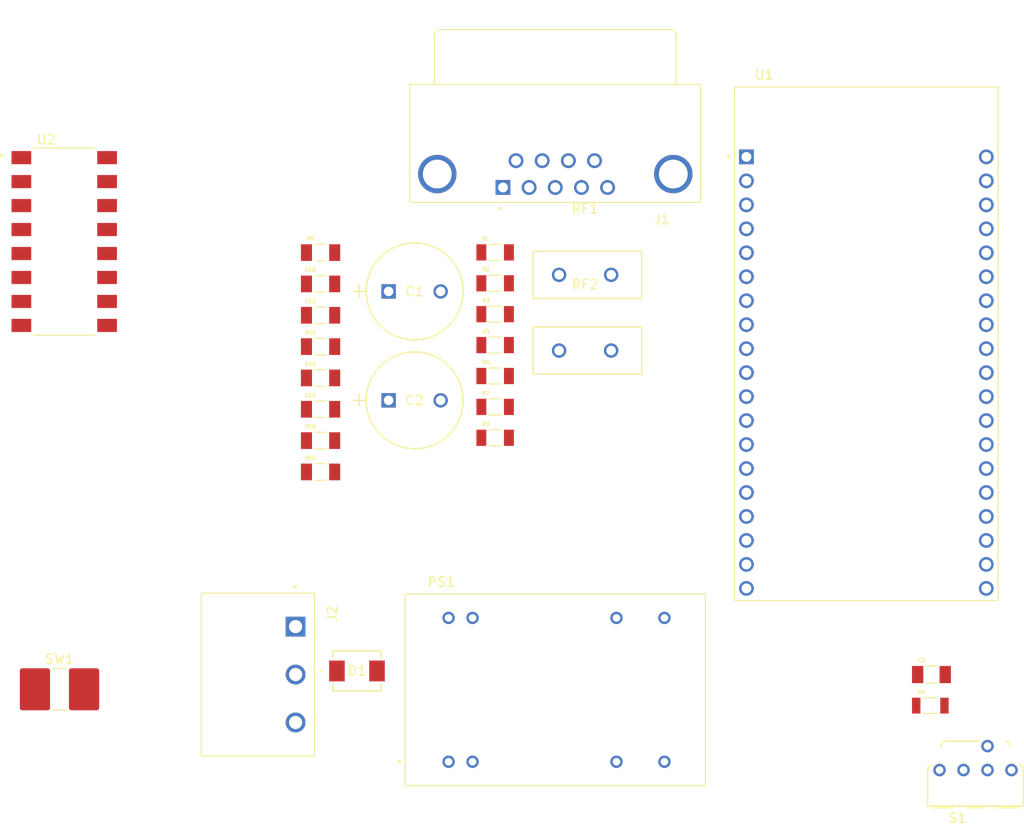
<source format=kicad_pcb>
(kicad_pcb (version 20241229) (generator "pcbnew") (generator_version "9.0")
  (layers (0 "F.Cu" signal) (2 "B.Cu" signal) (13 "F.Paste" user) (15 "B.Paste" user) (5 "F.SilkS" user "F.Silkscreen") (7 "B.SilkS" user "B.Silkscreen") (1 "F.Mask" user) (3 "B.Mask" user) (25 "Edge.Cuts" user))
  (net 0 "")
  (net 1 "-Vin")
  (net 2 "Net-(PS1-+VIN)")
  (net 3 "-VOUT")
  (net 4 "Net-(D1-Pad1)")
  (net 5 "Net-(SW1-A)")
  (net 8 "spare")
  (net 9 "ramp_down")
  (net 11 "ramp_up")
  (net 17 "sim_home")
  (net 18 "+VIN")
  (net 21 "Net-(PS1-+VOUT)")
  (net 24 "Net-(R1-Pad2)")
  (net 25 "Net-(R3-Pad2)")
  (net 26 "Net-(R5-Pad2)")
  (net 27 "Net-(R7-Pad2)")
  (net 28 "+3.3V")
  (net 29 "GPIO_25")
  (net 30 "GPIO_26")
  (net 31 "GPIO_14")
  (net 32 "GPIO_27")
  (net 33 "GPIO_16")
  (net 34 "ESP_GND2")
  (net 35 "GPIO_17")
  (net 36 "GPIO_4")
  (net 37 "+VOUT")
  (net 38 "GPIO_2")
  (net 61 "ESP_GND")
  (footprint "footprints:RESC3216X75N" (layer "F.Cu") (at 71.646 50.815)
    (property "Reference" "R11" (at -1.08 -1.48 0) (layer "F.SilkS") (effects (font (size 0.393701 0.393701))))
    (property "Value" "CR1206-FX-1002ELF")
    (fp_line (start -0.59 -0.88) (end 0.59 -0.88) (stroke (width 0.127)) (layer "F.SilkS"))
    (fp_line (start -0.59 0.88) (end 0.59 0.88) (stroke (width 0.127)) (layer "F.SilkS"))
    (pad "1" smd rect (at -1.494 0) (size 1.17 1.77) (layers "F.Cu" "F.Mask" "F.Paste") (net 31 "GPIO_14"))
    (pad "2" smd rect (at 1.494 0) (size 1.17 1.77) (layers "F.Cu" "F.Mask" "F.Paste") (net 28 "+3.3V"))
  )
  (footprint "footprints:RESC3216X75N" (layer "F.Cu") (at 71.646 60.775)
    (property "Reference" "R14" (at -1.08 -1.48 0) (layer "F.SilkS") (effects (font (size 0.393701 0.393701))))
    (property "Value" "CR1206-FX-1002ELF")
    (fp_line (start -0.59 -0.88) (end 0.59 -0.88) (stroke (width 0.127)) (layer "F.SilkS"))
    (fp_line (start -0.59 0.88) (end 0.59 0.88) (stroke (width 0.127)) (layer "F.SilkS"))
    (pad "1" smd rect (at -1.494 0) (size 1.17 1.77) (layers "F.Cu" "F.Mask" "F.Paste") (net 35 "GPIO_17"))
    (pad "2" smd rect (at 1.494 0) (size 1.17 1.77) (layers "F.Cu" "F.Mask" "F.Paste") (net 34 "ESP_GND2"))
  )
  (footprint "footprints:RESC3115X65N" (layer "F.Cu") (at 90.13 57.248)
    (property "Reference" "R6" (at -0.99 -1.45 0) (layer "F.SilkS") (effects (font (size 0.393701 0.393701))))
    (property "Value" "CRGH1206J4K7")
    (fp_line (start -0.62 -0.85) (end 0.62 -0.85) (stroke (width 0.127)) (layer "F.SilkS"))
    (fp_line (start -0.62 0.85) (end 0.62 0.85) (stroke (width 0.127)) (layer "F.SilkS"))
    (pad "1" smd rect (at -1.46 0) (size 1.05 1.72) (layers "F.Cu" "F.Mask" "F.Paste") (net 9 "ramp_down"))
    (pad "2" smd rect (at 1.46 0) (size 1.05 1.72) (layers "F.Cu" "F.Mask" "F.Paste") (net 26 "Net-(R5-Pad2)"))
  )
  (footprint "footprints:RESC3115X65N" (layer "F.Cu") (at 90.13 63.796)
    (property "Reference" "R8" (at -0.99 -1.45 0) (layer "F.SilkS") (effects (font (size 0.393701 0.393701))))
    (property "Value" "CRGH1206J4K7")
    (fp_line (start -0.62 -0.85) (end 0.62 -0.85) (stroke (width 0.127)) (layer "F.SilkS"))
    (fp_line (start -0.62 0.85) (end 0.62 0.85) (stroke (width 0.127)) (layer "F.SilkS"))
    (pad "1" smd rect (at -1.46 0) (size 1.05 1.72) (layers "F.Cu" "F.Mask" "F.Paste") (net 17 "sim_home"))
    (pad "2" smd rect (at 1.46 0) (size 1.05 1.72) (layers "F.Cu" "F.Mask" "F.Paste") (net 27 "Net-(R7-Pad2)"))
  )
  (footprint "footprints:DO214AASMB_CIP-L" (layer "F.Cu") (at 75.5 88.5)
    (property "Reference" "D1" (at 0 0 0) (layer "F.SilkS"))
    (property "Value" "SS34B-HF")
    (fp_line (start -2.5527 -2.1209) (end -2.5527 -1.43764) (stroke (width 0.1524)) (layer "F.SilkS"))
    (fp_line (start -2.5527 1.43764) (end -2.5527 2.1209) (stroke (width 0.1524)) (layer "F.SilkS"))
    (fp_line (start -2.5527 2.1209) (end 2.5527 2.1209) (stroke (width 0.1524)) (layer "F.SilkS"))
    (fp_line (start 2.5527 -2.1209) (end -2.5527 -2.1209) (stroke (width 0.1524)) (layer "F.SilkS"))
    (fp_line (start 2.5527 -1.43764) (end 2.5527 -2.1209) (stroke (width 0.1524)) (layer "F.SilkS"))
    (fp_line (start 2.5527 2.1209) (end 2.5527 1.43764) (stroke (width 0.1524)) (layer "F.SilkS"))
    (fp_circle (center -3.8354 0) (end -3.7592 0) (stroke (width 0.1524)) (fill no) (layer "F.SilkS"))
    (pad "1" smd rect (at -2.1209 0) (size 1.651 2.2098) (layers "F.Cu" "F.Mask" "F.Paste") (net 4 "Net-(D1-Pad1)"))
    (pad "2" smd rect (at 2.1209 0) (size 1.651 2.2098) (layers "F.Cu" "F.Mask" "F.Paste") (net 5 "Net-(SW1-A)"))
  )
  (footprint "footprints:RESC3115X65N" (layer "F.Cu") (at 90.13 44.152)
    (property "Reference" "R1" (at -0.99 -1.45 0) (layer "F.SilkS") (effects (font (size 0.393701 0.393701))))
    (property "Value" "CRGH1206J4K7")
    (fp_line (start -0.62 -0.85) (end 0.62 -0.85) (stroke (width 0.127)) (layer "F.SilkS"))
    (fp_line (start -0.62 0.85) (end 0.62 0.85) (stroke (width 0.127)) (layer "F.SilkS"))
    (pad "1" smd rect (at -1.46 0) (size 1.05 1.72) (layers "F.Cu" "F.Mask" "F.Paste") (net 8 "spare"))
    (pad "2" smd rect (at 1.46 0) (size 1.05 1.72) (layers "F.Cu" "F.Mask" "F.Paste") (net 24 "Net-(R1-Pad2)"))
  )
  (footprint "footprints:RESC3115X65N" (layer "F.Cu") (at 90.13 53.974)
    (property "Reference" "R5" (at -0.99 -1.45 0) (layer "F.SilkS") (effects (font (size 0.393701 0.393701))))
    (property "Value" "CRGH1206J4K7")
    (fp_line (start -0.62 -0.85) (end 0.62 -0.85) (stroke (width 0.127)) (layer "F.SilkS"))
    (fp_line (start -0.62 0.85) (end 0.62 0.85) (stroke (width 0.127)) (layer "F.SilkS"))
    (pad "1" smd rect (at -1.46 0) (size 1.05 1.72) (layers "F.Cu" "F.Mask" "F.Paste") (net 9 "ramp_down"))
    (pad "2" smd rect (at 1.46 0) (size 1.05 1.72) (layers "F.Cu" "F.Mask" "F.Paste") (net 26 "Net-(R5-Pad2)"))
  )
  (footprint "footprints:RESC3015X65N" (layer "F.Cu") (at 136.215 92.1725)
    (property "Reference" "R4" (at -0.94 -1.43 0) (layer "F.SilkS") (effects (font (size 0.393701 0.393701))))
    (property "Value" "CRGH1206J4K7")
    (fp_line (start -0.73 -0.83) (end 0.73 -0.83) (stroke (width 0.127)) (layer "F.SilkS"))
    (fp_line (start -0.73 0.83) (end 0.73 0.83) (stroke (width 0.127)) (layer "F.SilkS"))
    (pad "1" smd rect (at -1.495 0) (size 0.89 1.68) (layers "F.Cu" "F.Mask" "F.Paste") (net 11 "ramp_up"))
    (pad "2" smd rect (at 1.495 0) (size 0.89 1.68) (layers "F.Cu" "F.Mask" "F.Paste") (net 25 "Net-(R3-Pad2)"))
  )
  (footprint "footprints:RESC3115X65N" (layer "F.Cu") (at 90.13 50.7)
    (property "Reference" "R3" (at -0.99 -1.45 0) (layer "F.SilkS") (effects (font (size 0.393701 0.393701))))
    (property "Value" "CRGH1206J4K7")
    (fp_line (start -0.62 -0.85) (end 0.62 -0.85) (stroke (width 0.127)) (layer "F.SilkS"))
    (fp_line (start -0.62 0.85) (end 0.62 0.85) (stroke (width 0.127)) (layer "F.SilkS"))
    (pad "1" smd rect (at -1.46 0) (size 1.05 1.72) (layers "F.Cu" "F.Mask" "F.Paste") (net 11 "ramp_up"))
    (pad "2" smd rect (at 1.46 0) (size 1.05 1.72) (layers "F.Cu" "F.Mask" "F.Paste") (net 25 "Net-(R3-Pad2)"))
  )
  (footprint "footprints:DRR3010" (layer "F.Cu") (at 141 99)
    (property "Reference" "S1" (at -1.907185 5.085855 0) (layer "F.SilkS") (effects (font (size 1.001157 1.001157))))
    (property "Value" "DRR3016")
    (fp_line (start -5.08 0) (end -5.08 3.81) (stroke (width 0.1524)) (layer "F.SilkS"))
    (fp_line (start 0.381 -3.048) (end -3.175 -3.048) (stroke (width 0.1524)) (layer "F.SilkS"))
    (fp_line (start 5.08 0) (end 5.08 3.81) (stroke (width 0.1524)) (layer "F.SilkS"))
    (fp_line (start 5.08 3.81) (end -5.08 3.81) (stroke (width 0.1524)) (layer "F.SilkS"))
    (fp_arc (start -5.08 0) (mid -4.93121 -0.35921) (end -4.572 -0.508) (stroke (width 0.1524)) (layer "F.SilkS"))
    (fp_arc (start -3.683 -2.54) (mid -3.53421 -2.89921) (end -3.175 -3.048) (stroke (width 0.1524)) (layer "F.SilkS"))
    (fp_arc (start 3.175 -3.048) (mid 3.53421 -2.89921) (end 3.683 -2.54) (stroke (width 0.1524)) (layer "F.SilkS"))
    (fp_arc (start 4.572 -0.508) (mid 4.93121 -0.35921) (end 5.08 0) (stroke (width 0.1524)) (layer "F.SilkS"))
    (fp_poly (pts (xy -4.44826 3.81) (xy -2.286 3.81) (xy -2.286 4.06698) (xy -4.44826 4.06698)) (stroke (width 0.01)) (fill yes) (layer "F.SilkS"))
    (fp_poly (pts (xy -1.01619 3.81) (xy 1.016 3.81) (xy 1.016 4.06474) (xy -1.01619 4.06474)) (stroke (width 0.01)) (fill yes) (layer "F.SilkS"))
    (fp_poly (pts (xy 2.28795 3.81) (xy 4.445 3.81) (xy 4.445 4.06747) (xy 2.28795 4.06747)) (stroke (width 0.01)) (fill yes) (layer "F.SilkS"))
    (pad "1" thru_hole circle (at 3.81 0) (size 1.3208 1.3208) (drill 0.8128) (layers "*.Cu" "*.Mask") (net 38 "GPIO_2"))
    (pad "2" thru_hole circle (at 1.27 0) (size 1.3208 1.3208) (drill 0.8128) (layers "*.Cu" "*.Mask") (net 36 "GPIO_4"))
    (pad "4" thru_hole circle (at -1.27 0) (size 1.3208 1.3208) (drill 0.8128) (layers "*.Cu" "*.Mask") (net 33 "GPIO_16"))
    (pad "8" thru_hole circle (at -3.81 0) (size 1.3208 1.3208) (drill 0.8128) (layers "*.Cu" "*.Mask") (net 35 "GPIO_17"))
    (pad "C" thru_hole circle (at 1.27 -2.54) (size 1.3208 1.3208) (drill 0.8128) (layers "*.Cu" "*.Mask") (net 28 "+3.3V"))
  )
  (footprint "footprints:MODULE_ESP32-DEVKITC-32D" (layer "F.Cu") (at 129.44 53.7925)
    (property "Reference" "U1" (at -10.829175 -28.446045 0) (layer "F.SilkS") (effects (font (size 1.000386 1.000386))))
    (property "Value" "ESP32-DEVKITC-32D")
    (fp_line (start -13.95 -27.15) (end 13.95 -27.15) (stroke (width 0.127)) (layer "F.SilkS"))
    (fp_line (start -13.95 27.25) (end -13.95 -27.15) (stroke (width 0.127)) (layer "F.SilkS"))
    (fp_line (start 13.95 -27.15) (end 13.95 27.25) (stroke (width 0.127)) (layer "F.SilkS"))
    (fp_line (start 13.95 27.25) (end -13.95 27.25) (stroke (width 0.127)) (layer "F.SilkS"))
    (fp_circle (center -14.6 -19.76) (end -14.5 -19.76) (stroke (width 0.2)) (fill no) (layer "F.SilkS"))
    (pad "J2-1" thru_hole rect (at -12.7 -19.76) (size 1.56 1.56) (drill 1.04) (layers "*.Cu" "*.Mask") (net 28 "+3.3V"))
    (pad "J2-2" thru_hole circle (at -12.7 -17.22) (size 1.56 1.56) (drill 1.04) (layers "*.Cu" "*.Mask"))
    (pad "J2-3" thru_hole circle (at -12.7 -14.68) (size 1.56 1.56) (drill 1.04) (layers "*.Cu" "*.Mask"))
    (pad "J2-4" thru_hole circle (at -12.7 -12.14) (size 1.56 1.56) (drill 1.04) (layers "*.Cu" "*.Mask"))
    (pad "J2-5" thru_hole circle (at -12.7 -9.6) (size 1.56 1.56) (drill 1.04) (layers "*.Cu" "*.Mask"))
    (pad "J2-6" thru_hole circle (at -12.7 -7.06) (size 1.56 1.56) (drill 1.04) (layers "*.Cu" "*.Mask"))
    (pad "J2-7" thru_hole circle (at -12.7 -4.52) (size 1.56 1.56) (drill 1.04) (layers "*.Cu" "*.Mask"))
    (pad "J2-8" thru_hole circle (at -12.7 -1.98) (size 1.56 1.56) (drill 1.04) (layers "*.Cu" "*.Mask"))
    (pad "J2-9" thru_hole circle (at -12.7 0.56) (size 1.56 1.56) (drill 1.04) (layers "*.Cu" "*.Mask") (net 29 "GPIO_25"))
    (pad "J2-10" thru_hole circle (at -12.7 3.1) (size 1.56 1.56) (drill 1.04) (layers "*.Cu" "*.Mask") (net 30 "GPIO_26"))
    (pad "J2-11" thru_hole circle (at -12.7 5.64) (size 1.56 1.56) (drill 1.04) (layers "*.Cu" "*.Mask") (net 32 "GPIO_27"))
    (pad "J2-12" thru_hole circle (at -12.7 8.18) (size 1.56 1.56) (drill 1.04) (layers "*.Cu" "*.Mask") (net 31 "GPIO_14"))
    (pad "J2-13" thru_hole circle (at -12.7 10.72) (size 1.56 1.56) (drill 1.04) (layers "*.Cu" "*.Mask"))
    (pad "J2-14" thru_hole circle (at -12.7 13.26) (size 1.56 1.56) (drill 1.04) (layers "*.Cu" "*.Mask") (net 61 "ESP_GND"))
    (pad "J2-15" thru_hole circle (at -12.7 15.8) (size 1.56 1.56) (drill 1.04) (layers "*.Cu" "*.Mask"))
    (pad "J2-16" thru_hole circle (at -12.7 18.34) (size 1.56 1.56) (drill 1.04) (layers "*.Cu" "*.Mask"))
    (pad "J2-17" thru_hole circle (at -12.7 20.88) (size 1.56 1.56) (drill 1.04) (layers "*.Cu" "*.Mask"))
    (pad "J2-18" thru_hole circle (at -12.7 23.42) (size 1.56 1.56) (drill 1.04) (layers "*.Cu" "*.Mask"))
    (pad "J2-19" thru_hole circle (at -12.7 25.96) (size 1.56 1.56) (drill 1.04) (layers "*.Cu" "*.Mask") (net 37 "+VOUT"))
    (pad "J3-1" thru_hole circle (at 12.7 -19.76) (size 1.56 1.56) (drill 1.04) (layers "*.Cu" "*.Mask") (net 3 "-VOUT"))
    (pad "J3-2" thru_hole circle (at 12.7 -17.22) (size 1.56 1.56) (drill 1.04) (layers "*.Cu" "*.Mask"))
    (pad "J3-3" thru_hole circle (at 12.7 -14.68) (size 1.56 1.56) (drill 1.04) (layers "*.Cu" "*.Mask"))
    (pad "J3-4" thru_hole circle (at 12.7 -12.14) (size 1.56 1.56) (drill 1.04) (layers "*.Cu" "*.Mask"))
    (pad "J3-5" thru_hole circle (at 12.7 -9.6) (size 1.56 1.56) (drill 1.04) (layers "*.Cu" "*.Mask"))
    (pad "J3-6" thru_hole circle (at 12.7 -7.06) (size 1.56 1.56) (drill 1.04) (layers "*.Cu" "*.Mask"))
    (pad "J3-7" thru_hole circle (at 12.7 -4.52) (size 1.56 1.56) (drill 1.04) (layers "*.Cu" "*.Mask") (net 34 "ESP_GND2"))
    (pad "J3-8" thru_hole circle (at 12.7 -1.98) (size 1.56 1.56) (drill 1.04) (layers "*.Cu" "*.Mask"))
    (pad "J3-9" thru_hole circle (at 12.7 0.56) (size 1.56 1.56) (drill 1.04) (layers "*.Cu" "*.Mask"))
    (pad "J3-10" thru_hole circle (at 12.7 3.1) (size 1.56 1.56) (drill 1.04) (layers "*.Cu" "*.Mask"))
    (pad "J3-11" thru_hole circle (at 12.7 5.64) (size 1.56 1.56) (drill 1.04) (layers "*.Cu" "*.Mask") (net 35 "GPIO_17"))
    (pad "J3-12" thru_hole circle (at 12.7 8.18) (size 1.56 1.56) (drill 1.04) (layers "*.Cu" "*.Mask") (net 33 "GPIO_16"))
    (pad "J3-13" thru_hole circle (at 12.7 10.72) (size 1.56 1.56) (drill 1.04) (layers "*.Cu" "*.Mask") (net 36 "GPIO_4"))
    (pad "J3-14" thru_hole circle (at 12.7 13.26) (size 1.56 1.56) (drill 1.04) (layers "*.Cu" "*.Mask"))
    (pad "J3-15" thru_hole circle (at 12.7 15.8) (size 1.56 1.56) (drill 1.04) (layers "*.Cu" "*.Mask") (net 38 "GPIO_2"))
    (pad "J3-16" thru_hole circle (at 12.7 18.34) (size 1.56 1.56) (drill 1.04) (layers "*.Cu" "*.Mask"))
    (pad "J3-17" thru_hole circle (at 12.7 20.88) (size 1.56 1.56) (drill 1.04) (layers "*.Cu" "*.Mask"))
    (pad "J3-18" thru_hole circle (at 12.7 23.42) (size 1.56 1.56) (drill 1.04) (layers "*.Cu" "*.Mask"))
    (pad "J3-19" thru_hole circle (at 12.7 25.96) (size 1.56 1.56) (drill 1.04) (layers "*.Cu" "*.Mask"))
  )
  (footprint "footprints:RESC3216X75N" (layer "F.Cu") (at 71.646 47.495)
    (property "Reference" "R10" (at -1.08 -1.48 0) (layer "F.SilkS") (effects (font (size 0.393701 0.393701))))
    (property "Value" "CR1206-FX-1002ELF")
    (fp_line (start -0.59 -0.88) (end 0.59 -0.88) (stroke (width 0.127)) (layer "F.SilkS"))
    (fp_line (start -0.59 0.88) (end 0.59 0.88) (stroke (width 0.127)) (layer "F.SilkS"))
    (pad "1" smd rect (at -1.494 0) (size 1.17 1.77) (layers "F.Cu" "F.Mask" "F.Paste") (net 30 "GPIO_26"))
    (pad "2" smd rect (at 1.494 0) (size 1.17 1.77) (layers "F.Cu" "F.Mask" "F.Paste") (net 28 "+3.3V"))
  )
  (footprint "footprints:RESC3216X75N" (layer "F.Cu") (at 71.646 64.095)
    (property "Reference" "R15" (at -1.08 -1.48 0) (layer "F.SilkS") (effects (font (size 0.393701 0.393701))))
    (property "Value" "CR1206-FX-1002ELF")
    (fp_line (start -0.59 -0.88) (end 0.59 -0.88) (stroke (width 0.127)) (layer "F.SilkS"))
    (fp_line (start -0.59 0.88) (end 0.59 0.88) (stroke (width 0.127)) (layer "F.SilkS"))
    (pad "1" smd rect (at -1.494 0) (size 1.17 1.77) (layers "F.Cu" "F.Mask" "F.Paste") (net 36 "GPIO_4"))
    (pad "2" smd rect (at 1.494 0) (size 1.17 1.77) (layers "F.Cu" "F.Mask" "F.Paste") (net 34 "ESP_GND2"))
  )
  (footprint "footprints:SOIC254P1016X460-16N" (layer "F.Cu") (at 44.5 43)
    (property "Reference" "U2" (at -1.905 -10.795 0) (layer "F.SilkS"))
    (property "Value" "LTV-846S")
    (fp_line (start -3.25 -9.92) (end 3.25 -9.92) (stroke (width 0.127)) (layer "F.SilkS"))
    (fp_line (start 3.25 9.92) (end -3.25 9.92) (stroke (width 0.127)) (layer "F.SilkS"))
    (fp_circle (center -6.6 -9.1) (end -6.5 -9.1) (stroke (width 0.2)) (fill no) (layer "F.SilkS"))
    (pad "1" smd rect (at -4.54 -8.89) (size 2.09 1.39) (layers "F.Cu" "F.Mask" "F.Paste") (net 24 "Net-(R1-Pad2)"))
    (pad "2" smd rect (at -4.54 -6.35) (size 2.09 1.39) (layers "F.Cu" "F.Mask" "F.Paste") (net 1 "-Vin"))
    (pad "3" smd rect (at -4.54 -3.81) (size 2.09 1.39) (layers "F.Cu" "F.Mask" "F.Paste") (net 25 "Net-(R3-Pad2)"))
    (pad "4" smd rect (at -4.54 -1.27) (size 2.09 1.39) (layers "F.Cu" "F.Mask" "F.Paste") (net 1 "-Vin"))
    (pad "5" smd rect (at -4.54 1.27) (size 2.09 1.39) (layers "F.Cu" "F.Mask" "F.Paste") (net 26 "Net-(R5-Pad2)"))
    (pad "6" smd rect (at -4.54 3.81) (size 2.09 1.39) (layers "F.Cu" "F.Mask" "F.Paste") (net 1 "-Vin"))
    (pad "7" smd rect (at -4.54 6.35) (size 2.09 1.39) (layers "F.Cu" "F.Mask" "F.Paste") (net 27 "Net-(R7-Pad2)"))
    (pad "8" smd rect (at -4.54 8.89) (size 2.09 1.39) (layers "F.Cu" "F.Mask" "F.Paste") (net 1 "-Vin"))
    (pad "9" smd rect (at 4.54 8.89) (size 2.09 1.39) (layers "F.Cu" "F.Mask" "F.Paste") (net 61 "ESP_GND"))
    (pad "10" smd rect (at 4.54 6.35) (size 2.09 1.39) (layers "F.Cu" "F.Mask" "F.Paste") (net 31 "GPIO_14"))
    (pad "11" smd rect (at 4.54 3.81) (size 2.09 1.39) (layers "F.Cu" "F.Mask" "F.Paste") (net 61 "ESP_GND"))
    (pad "12" smd rect (at 4.54 1.27) (size 2.09 1.39) (layers "F.Cu" "F.Mask" "F.Paste") (net 32 "GPIO_27"))
    (pad "13" smd rect (at 4.54 -1.27) (size 2.09 1.39) (layers "F.Cu" "F.Mask" "F.Paste") (net 61 "ESP_GND"))
    (pad "14" smd rect (at 4.54 -3.81) (size 2.09 1.39) (layers "F.Cu" "F.Mask" "F.Paste") (net 30 "GPIO_26"))
    (pad "15" smd rect (at 4.54 -6.35) (size 2.09 1.39) (layers "F.Cu" "F.Mask" "F.Paste") (net 61 "ESP_GND"))
    (pad "16" smd rect (at 4.54 -8.89) (size 2.09 1.39) (layers "F.Cu" "F.Mask" "F.Paste") (net 29 "GPIO_25"))
  )
  (footprint "footprints:SW" (layer "F.Cu") (at 44 90.4431)
    (property "Reference" "SW1" (at 0 -3.18 0) (layer "F.SilkS"))
    (property "Value" "On/Off Switch")
    (fp_line (start -0.797369 -2.21) (end 0.797369 -2.21) (stroke (width 0.12)) (layer "F.SilkS"))
    (fp_line (start -0.797369 2.21) (end 0.797369 2.21) (stroke (width 0.12)) (layer "F.SilkS"))
    (pad "1" smd roundrect (at -2.6 0) (size 3.2 4.45) (layers "F.Cu" "F.Mask" "F.Paste") (roundrect_rratio 0.078125) (net 5 "Net-(SW1-A)"))
    (pad "2" smd roundrect (at 2.6 0) (size 3.2 4.45) (layers "F.Cu" "F.Mask" "F.Paste") (roundrect_rratio 0.078125) (net 18 "+VIN"))
  )
  (footprint "footprints:RESC3216X75N" (layer "F.Cu") (at 71.646 44.175)
    (property "Reference" "R9" (at -1.08 -1.48 0) (layer "F.SilkS") (effects (font (size 0.393701 0.393701))))
    (property "Value" "CR1206-FX-1002ELF")
    (fp_line (start -0.59 -0.88) (end 0.59 -0.88) (stroke (width 0.127)) (layer "F.SilkS"))
    (fp_line (start -0.59 0.88) (end 0.59 0.88) (stroke (width 0.127)) (layer "F.SilkS"))
    (pad "1" smd rect (at -1.494 0) (size 1.17 1.77) (layers "F.Cu" "F.Mask" "F.Paste") (net 29 "GPIO_25"))
    (pad "2" smd rect (at 1.494 0) (size 1.17 1.77) (layers "F.Cu" "F.Mask" "F.Paste") (net 28 "+3.3V"))
  )
  (footprint "footprints:ASSMANN_A-DF_09_A_KG-T4S" (layer "F.Cu") (at 90.96 37.2725 180)
    (property "Reference" "J1" (at -16.825 -3.385 0) (layer "F.SilkS"))
    (property "Value" "A-DF_09_A_KG-T4S")
    (fp_line (start 9.865 10.92) (end 9.865 -1.58) (stroke (width 0.127)) (layer "F.SilkS"))
    (fp_line (start 9.865 -1.58) (end -20.945 -1.58) (stroke (width 0.127)) (layer "F.SilkS"))
    (fp_line (start 7.26 16.1) (end 7.26 11) (stroke (width 0.127)) (layer "F.SilkS"))
    (fp_line (start -17.64 16.72) (end 6.56 16.72) (stroke (width 0.127)) (layer "F.SilkS"))
    (fp_line (start -18.34 11) (end -18.34 16.1) (stroke (width 0.127)) (layer "F.SilkS"))
    (fp_line (start -20.945 10.92) (end 9.865 10.92) (stroke (width 0.127)) (layer "F.SilkS"))
    (fp_line (start -20.945 -1.58) (end -20.945 10.92) (stroke (width 0.127)) (layer "F.SilkS"))
    (fp_arc (start 7.26 16.1) (mid 7.038406 16.554975) (end 6.56 16.72) (stroke (width 0.127)) (layer "F.SilkS"))
    (fp_arc (start -17.64 16.72) (mid -18.118406 16.554975) (end -18.34 16.1) (stroke (width 0.127)) (layer "F.SilkS"))
    (fp_circle (center 0.3 -2.25) (end 0.4 -2.25) (stroke (width 0.2)) (fill no) (layer "F.SilkS"))
    (pad "1" thru_hole rect (at 0 0 180) (size 1.575 1.575) (drill 1.05) (layers "*.Cu" "*.Mask"))
    (pad "2" thru_hole circle (at -2.77 0 180) (size 1.575 1.575) (drill 1.05) (layers "*.Cu" "*.Mask"))
    (pad "3" thru_hole circle (at -5.54 0 180) (size 1.575 1.575) (drill 1.05) (layers "*.Cu" "*.Mask") (net 9 "ramp_down"))
    (pad "4" thru_hole circle (at -8.31 0 180) (size 1.575 1.575) (drill 1.05) (layers "*.Cu" "*.Mask") (net 11 "ramp_up"))
    (pad "5" thru_hole circle (at -11.08 0 180) (size 1.575 1.575) (drill 1.05) (layers "*.Cu" "*.Mask") (net 8 "spare"))
    (pad "6" thru_hole circle (at -1.385 2.84 180) (size 1.575 1.575) (drill 1.05) (layers "*.Cu" "*.Mask"))
    (pad "7" thru_hole circle (at -4.155 2.84 180) (size 1.575 1.575) (drill 1.05) (layers "*.Cu" "*.Mask"))
    (pad "8" thru_hole circle (at -6.925 2.84 180) (size 1.575 1.575) (drill 1.05) (layers "*.Cu" "*.Mask"))
    (pad "9" thru_hole circle (at -9.695 2.84 180) (size 1.575 1.575) (drill 1.05) (layers "*.Cu" "*.Mask"))
    (pad "S1" thru_hole circle (at -18.035 1.42 180) (size 4.066 4.066) (drill 3.05) (layers "*.Cu" "*.Mask"))
    (pad "S2" thru_hole circle (at 6.955 1.42 180) (size 4.066 4.066) (drill 3.05) (layers "*.Cu" "*.Mask"))
  )
  (footprint "footprints:RESC3216X75N" (layer "F.Cu") (at 71.646 54.135)
    (property "Reference" "R12" (at -1.08 -1.48 0) (layer "F.SilkS") (effects (font (size 0.393701 0.393701))))
    (property "Value" "CR1206-FX-1002ELF")
    (fp_line (start -0.59 -0.88) (end 0.59 -0.88) (stroke (width 0.127)) (layer "F.SilkS"))
    (fp_line (start -0.59 0.88) (end 0.59 0.88) (stroke (width 0.127)) (layer "F.SilkS"))
    (pad "1" smd rect (at -1.494 0) (size 1.17 1.77) (layers "F.Cu" "F.Mask" "F.Paste") (net 32 "GPIO_27"))
    (pad "2" smd rect (at 1.494 0) (size 1.17 1.77) (layers "F.Cu" "F.Mask" "F.Paste") (net 28 "+3.3V"))
  )
  (footprint "footprints:PTC_RESET_FUSE" (layer "F.Cu") (at 96.9027 54.5531)
    (property "Reference" "RF2" (at 2.7559 -7 0) (layer "F.SilkS"))
    (property "Value" "~")
    (fp_rect (start -2.75 -2.5) (end 8.75 2.5) (stroke (width 0.1524)) (fill no) (layer "F.SilkS"))
    (pad "1" thru_hole circle (at 0 0) (size 1.524 1.524) (drill 1.016) (layers "*.Cu" "*.Mask") (net 21 "Net-(PS1-+VOUT)"))
    (pad "2" thru_hole circle (at 5.5118 0) (size 1.524 1.524) (drill 1.016) (layers "*.Cu" "*.Mask") (net 37 "+VOUT"))
  )
  (footprint "footprints:RESC3115X65N" (layer "F.Cu") (at 90.13 47.426)
    (property "Reference" "R2" (at -0.99 -1.45 0) (layer "F.SilkS") (effects (font (size 0.393701 0.393701))))
    (property "Value" "CRGH1206J4K7")
    (fp_line (start -0.62 -0.85) (end 0.62 -0.85) (stroke (width 0.127)) (layer "F.SilkS"))
    (fp_line (start -0.62 0.85) (end 0.62 0.85) (stroke (width 0.127)) (layer "F.SilkS"))
    (pad "1" smd rect (at -1.46 0) (size 1.05 1.72) (layers "F.Cu" "F.Mask" "F.Paste") (net 8 "spare"))
    (pad "2" smd rect (at 1.46 0) (size 1.05 1.72) (layers "F.Cu" "F.Mask" "F.Paste") (net 24 "Net-(R1-Pad2)"))
  )
  (footprint "footprints:PTC_RESET_FUSE" (layer "F.Cu") (at 96.9027 46.5277)
    (property "Reference" "RF1" (at 2.7559 -7 0) (layer "F.SilkS"))
    (property "Value" "~")
    (fp_rect (start -2.75 -2.5) (end 8.75 2.5) (stroke (width 0.1524)) (fill no) (layer "F.SilkS"))
    (pad "1" thru_hole circle (at 0 0) (size 1.524 1.524) (drill 1.016) (layers "*.Cu" "*.Mask") (net 4 "Net-(D1-Pad1)"))
    (pad "2" thru_hole circle (at 5.5118 0) (size 1.524 1.524) (drill 1.016) (layers "*.Cu" "*.Mask") (net 2 "Net-(PS1-+VIN)"))
  )
  (footprint "footprints:PCAP_10x12_5-THRU-ELECT_NCA" (layer "F.Cu") (at 78.8481 59.8265)
    (property "Reference" "C2" (at 2.7559 0 0) (layer "F.SilkS"))
    (property "Value" "UHE2A470MPD")
    (fp_line (start -3.7719 0) (end -2.5019 0) (stroke (width 0.1524)) (layer "F.SilkS"))
    (fp_line (start -3.1369 -0.635) (end -3.1369 0.635) (stroke (width 0.1524)) (layer "F.SilkS"))
    (fp_circle (center 2.7559 0) (end 7.8867 0) (stroke (width 0.1524)) (fill no) (layer "F.SilkS"))
    (pad "1" thru_hole rect (at 0 0) (size 1.524 1.524) (drill 1.016) (layers "*.Cu" "*.Mask") (net 2 "Net-(PS1-+VIN)"))
    (pad "2" thru_hole circle (at 5.5118 0) (size 1.524 1.524) (drill 1.016) (layers "*.Cu" "*.Mask") (net 1 "-Vin"))
  )
  (footprint "footprints:RESC3216X75N" (layer "F.Cu") (at 71.646 57.455)
    (property "Reference" "R13" (at -1.08 -1.48 0) (layer "F.SilkS") (effects (font (size 0.393701 0.393701))))
    (property "Value" "CR1206-FX-1002ELF")
    (fp_line (start -0.59 -0.88) (end 0.59 -0.88) (stroke (width 0.127)) (layer "F.SilkS"))
    (fp_line (start -0.59 0.88) (end 0.59 0.88) (stroke (width 0.127)) (layer "F.SilkS"))
    (pad "1" smd rect (at -1.494 0) (size 1.17 1.77) (layers "F.Cu" "F.Mask" "F.Paste") (net 33 "GPIO_16"))
    (pad "2" smd rect (at 1.494 0) (size 1.17 1.77) (layers "F.Cu" "F.Mask" "F.Paste") (net 34 "ESP_GND2"))
  )
  (footprint "footprints:CAPC3216X180N" (layer "F.Cu") (at 136.333 88.8825)
    (property "Reference" "C3" (at -1.06 -1.5 0) (layer "F.SilkS") (effects (font (size 0.393701 0.393701))))
    (property "Value" "1000pf/3kV")
    (fp_line (start -0.54 -0.9) (end 0.54 -0.9) (stroke (width 0.127)) (layer "F.SilkS"))
    (fp_line (start -0.54 0.9) (end 0.54 0.9) (stroke (width 0.127)) (layer "F.SilkS"))
    (pad "1" smd rect (at -1.46 0) (size 1.2 1.82) (layers "F.Cu" "F.Mask" "F.Paste") (net 3 "-VOUT"))
    (pad "2" smd rect (at 1.46 0) (size 1.2 1.82) (layers "F.Cu" "F.Mask" "F.Paste") (net 1 "-Vin"))
  )
  (footprint "footprints:PHOENIX_1757255" (layer "F.Cu") (at 59 80.26 -90)
    (property "Reference" "J2" (at 2.175 -13.885 90) (layer "F.SilkS"))
    (property "Value" "1757255")
    (fp_line (start 0 0) (end 0 -12) (stroke (width 0.127)) (layer "F.SilkS"))
    (fp_line (start 17.24 0) (end 0 0) (stroke (width 0.127)) (layer "F.SilkS"))
    (fp_line (start 17.24 -12) (end 17.24 0) (stroke (width 0.127)) (layer "F.SilkS"))
    (fp_line (start 17.24 -12) (end 0 -12) (stroke (width 0.127)) (layer "F.SilkS"))
    (fp_circle (center -0.65 -10) (end -0.55 -10) (stroke (width 0.2)) (fill no) (layer "F.SilkS"))
    (pad "01" thru_hole rect (at 3.54 -10 270) (size 2.1 2.1) (drill 1.4) (layers "*.Cu" "*.Mask") (net 1 "-Vin"))
    (pad "02" thru_hole circle (at 8.62 -10 270) (size 2.1 2.1) (drill 1.4) (layers "*.Cu" "*.Mask") (net 18 "+VIN"))
    (pad "03" thru_hole circle (at 13.7 -10 270) (size 2.1 2.1) (drill 1.4) (layers "*.Cu" "*.Mask") (net 17 "sim_home"))
  )
  (footprint "footprints:PCAP_10x12_5-THRU-ELECT_NCA" (layer "F.Cu") (at 78.8481 48.2855)
    (property "Reference" "C1" (at 2.7559 0 0) (layer "F.SilkS"))
    (property "Value" "UHE2A470MPD")
    (fp_line (start -3.7719 0) (end -2.5019 0) (stroke (width 0.1524)) (layer "F.SilkS"))
    (fp_line (start -3.1369 -0.635) (end -3.1369 0.635) (stroke (width 0.1524)) (layer "F.SilkS"))
    (fp_circle (center 2.7559 0) (end 7.8867 0) (stroke (width 0.1524)) (fill no) (layer "F.SilkS"))
    (pad "1" thru_hole rect (at 0 0) (size 1.524 1.524) (drill 1.016) (layers "*.Cu" "*.Mask") (net 2 "Net-(PS1-+VIN)"))
    (pad "2" thru_hole circle (at 5.5118 0) (size 1.524 1.524) (drill 1.016) (layers "*.Cu" "*.Mask") (net 1 "-Vin"))
  )
  (footprint "footprints:RESC3115X65N" (layer "F.Cu") (at 90.13 60.522)
    (property "Reference" "R7" (at -0.99 -1.45 0) (layer "F.SilkS") (effects (font (size 0.393701 0.393701))))
    (property "Value" "CRGH1206J4K7")
    (fp_line (start -0.62 -0.85) (end 0.62 -0.85) (stroke (width 0.127)) (layer "F.SilkS"))
    (fp_line (start -0.62 0.85) (end 0.62 0.85) (stroke (width 0.127)) (layer "F.SilkS"))
    (pad "1" smd rect (at -1.46 0) (size 1.05 1.72) (layers "F.Cu" "F.Mask" "F.Paste") (net 17 "sim_home"))
    (pad "2" smd rect (at 1.46 0) (size 1.05 1.72) (layers "F.Cu" "F.Mask" "F.Paste") (net 27 "Net-(R7-Pad2)"))
  )
  (footprint "footprints:CONV_REC5A-2405SW_H2" (layer "F.Cu") (at 96.5 90.5)
    (property "Reference" "PS1" (at -12.065 -11.43 0) (layer "F.SilkS"))
    (property "Value" "REC5A-2405SW_H2")
    (fp_line (start -15.9 -10.15) (end 15.9 -10.15) (stroke (width 0.127)) (layer "F.SilkS"))
    (fp_line (start -15.9 10.15) (end -15.9 -10.15) (stroke (width 0.127)) (layer "F.SilkS"))
    (fp_line (start 15.9 -10.15) (end 15.9 10.15) (stroke (width 0.127)) (layer "F.SilkS"))
    (fp_line (start 15.9 10.15) (end -15.9 10.15) (stroke (width 0.127)) (layer "F.SilkS"))
    (fp_circle (center -16.51 7.62) (end -16.41 7.62) (stroke (width 0.2)) (fill no) (layer "F.SilkS"))
    (pad "2" thru_hole circle (at -11.3 7.62) (size 1.308 1.308) (drill 0.8) (layers "*.Cu" "*.Mask") (net 1 "-Vin"))
    (pad "3" thru_hole circle (at -8.76 7.62) (size 1.308 1.308) (drill 0.8) (layers "*.Cu" "*.Mask"))
    (pad "9" thru_hole circle (at 6.48 7.62) (size 1.308 1.308) (drill 0.8) (layers "*.Cu" "*.Mask"))
    (pad "11" thru_hole circle (at 11.56 7.62) (size 1.308 1.308) (drill 0.8) (layers "*.Cu" "*.Mask"))
    (pad "14" thru_hole circle (at 11.56 -7.62) (size 1.308 1.308) (drill 0.8) (layers "*.Cu" "*.Mask") (net 21 "Net-(PS1-+VOUT)"))
    (pad "16" thru_hole circle (at 6.48 -7.62) (size 1.308 1.308) (drill 0.8) (layers "*.Cu" "*.Mask") (net 3 "-VOUT"))
    (pad "22" thru_hole circle (at -8.76 -7.62) (size 1.308 1.308) (drill 0.8) (layers "*.Cu" "*.Mask") (net 2 "Net-(PS1-+VIN)"))
    (pad "23" thru_hole circle (at -11.3 -7.62) (size 1.308 1.308) (drill 0.8) (layers "*.Cu" "*.Mask"))
  )
  (footprint "footprints:RESC3216X75N" (layer "F.Cu") (at 71.646 67.415)
    (property "Reference" "R16" (at -1.08 -1.48 0) (layer "F.SilkS") (effects (font (size 0.393701 0.393701))))
    (property "Value" "CR1206-FX-1002ELF")
    (fp_line (start -0.59 -0.88) (end 0.59 -0.88) (stroke (width 0.127)) (layer "F.SilkS"))
    (fp_line (start -0.59 0.88) (end 0.59 0.88) (stroke (width 0.127)) (layer "F.SilkS"))
    (pad "1" smd rect (at -1.494 0) (size 1.17 1.77) (layers "F.Cu" "F.Mask" "F.Paste") (net 36 "GPIO_4"))
    (pad "2" smd rect (at 1.494 0) (size 1.17 1.77) (layers "F.Cu" "F.Mask" "F.Paste") (net 34 "ESP_GND2"))
  )
)
</source>
